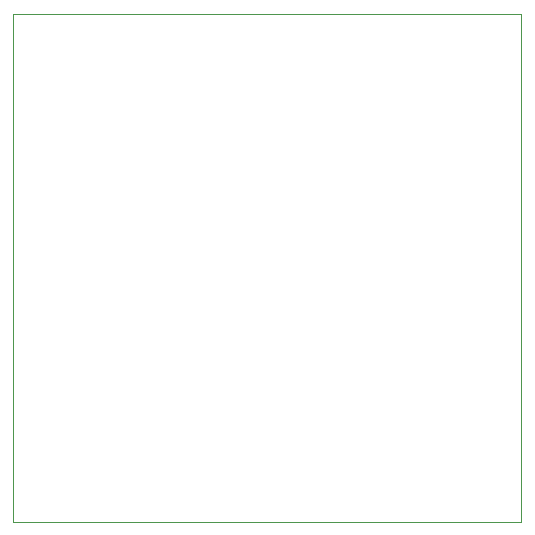
<source format=gm1>
%TF.GenerationSoftware,KiCad,Pcbnew,7.0.6-0*%
%TF.CreationDate,2024-10-01T16:48:44-06:00*%
%TF.ProjectId,HCHCPrizeBadge,48434843-5072-4697-9a65-42616467652e,rev?*%
%TF.SameCoordinates,Original*%
%TF.FileFunction,Profile,NP*%
%FSLAX46Y46*%
G04 Gerber Fmt 4.6, Leading zero omitted, Abs format (unit mm)*
G04 Created by KiCad (PCBNEW 7.0.6-0) date 2024-10-01 16:48:44*
%MOMM*%
%LPD*%
G01*
G04 APERTURE LIST*
%TA.AperFunction,Profile*%
%ADD10C,0.120000*%
%TD*%
G04 APERTURE END LIST*
D10*
%TO.C,MB1*%
X167480000Y-120490000D02*
X124480000Y-120490000D01*
X124480000Y-120490000D02*
X124480000Y-77490000D01*
X124480000Y-77490000D02*
X167480000Y-77490000D01*
X167480000Y-77490000D02*
X167480000Y-120490000D01*
%TD*%
M02*

</source>
